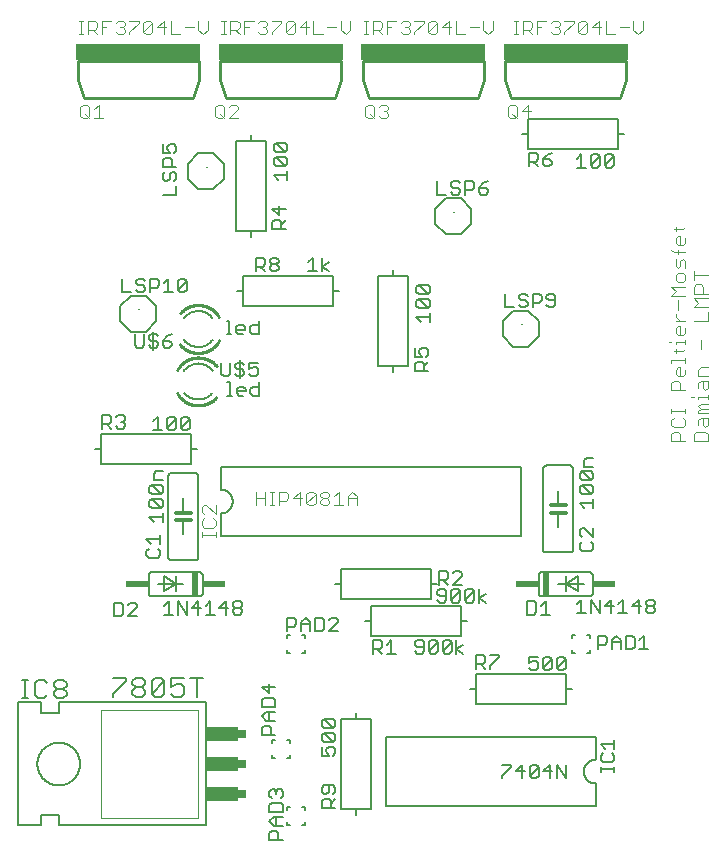
<source format=gto>
G75*
%MOMM*%
%OFA0B0*%
%FSLAX33Y33*%
%IPPOS*%
%LPD*%
%AMOC8*
5,1,8,0,0,1.08239X$1,22.5*
%
%ADD10C,0.102*%
%ADD11C,0.152*%
%ADD12C,0.051*%
%ADD13R,0.635X0.762*%
%ADD14R,2.794X1.270*%
%ADD15C,0.178*%
%ADD16C,0.127*%
%ADD17R,0.508X2.032*%
%ADD18R,1.905X0.508*%
%ADD19C,0.254*%
%ADD20C,0.305*%
%ADD21R,10.566X1.422*%
%ADD22C,0.000*%
D10*
X17220Y30429D02*
X17220Y30819D01*
X17220Y30624D02*
X18390Y30624D01*
X18390Y30429D02*
X18390Y30819D01*
X18195Y31209D02*
X18390Y31404D01*
X18390Y31793D01*
X18195Y31988D01*
X18390Y32378D02*
X17610Y33158D01*
X17415Y33158D01*
X17220Y32963D01*
X17220Y32573D01*
X17415Y32378D01*
X17415Y31988D02*
X17220Y31793D01*
X17220Y31404D01*
X17415Y31209D01*
X18195Y31209D01*
X18390Y32378D02*
X18390Y33158D01*
X21793Y33096D02*
X21793Y34266D01*
X21793Y33681D02*
X22573Y33681D01*
X22573Y34266D02*
X22573Y33096D01*
X22963Y33096D02*
X23352Y33096D01*
X23157Y33096D02*
X23157Y34266D01*
X22963Y34266D02*
X23352Y34266D01*
X23742Y34266D02*
X23742Y33096D01*
X23742Y33486D02*
X24327Y33486D01*
X24522Y33681D01*
X24522Y34071D01*
X24327Y34266D01*
X23742Y34266D01*
X24912Y33681D02*
X25691Y33681D01*
X26081Y34071D02*
X26276Y34266D01*
X26666Y34266D01*
X26861Y34071D01*
X26081Y33291D01*
X26276Y33096D01*
X26666Y33096D01*
X26861Y33291D01*
X26861Y34071D01*
X27250Y34071D02*
X27250Y33876D01*
X27445Y33681D01*
X27835Y33681D01*
X28030Y33486D01*
X28030Y33291D01*
X27835Y33096D01*
X27445Y33096D01*
X27250Y33291D01*
X27250Y33486D01*
X27445Y33681D01*
X27835Y33681D02*
X28030Y33876D01*
X28030Y34071D01*
X27835Y34266D01*
X27445Y34266D01*
X27250Y34071D01*
X26081Y34071D02*
X26081Y33291D01*
X25496Y33096D02*
X25496Y34266D01*
X24912Y33681D01*
X28420Y33876D02*
X28810Y34266D01*
X28810Y33096D01*
X29199Y33096D02*
X28420Y33096D01*
X29589Y33096D02*
X29589Y33876D01*
X29979Y34266D01*
X30369Y33876D01*
X30369Y33096D01*
X30369Y33681D02*
X29589Y33681D01*
X31259Y65862D02*
X31064Y66057D01*
X31064Y66837D01*
X31259Y67032D01*
X31649Y67032D01*
X31844Y66837D01*
X31844Y66057D01*
X31649Y65862D01*
X31259Y65862D01*
X31454Y66252D02*
X31844Y65862D01*
X32234Y66057D02*
X32428Y65862D01*
X32818Y65862D01*
X33013Y66057D01*
X33013Y66252D01*
X32818Y66447D01*
X32623Y66447D01*
X32818Y66447D02*
X33013Y66642D01*
X33013Y66837D01*
X32818Y67032D01*
X32428Y67032D01*
X32234Y66837D01*
X32496Y72974D02*
X32107Y73364D01*
X32301Y73364D02*
X31717Y73364D01*
X31717Y72974D02*
X31717Y74144D01*
X32301Y74144D01*
X32496Y73949D01*
X32496Y73559D01*
X32301Y73364D01*
X32886Y73559D02*
X33276Y73559D01*
X32886Y74144D02*
X33666Y74144D01*
X34056Y73949D02*
X34250Y74144D01*
X34640Y74144D01*
X34835Y73949D01*
X34835Y73754D01*
X34640Y73559D01*
X34835Y73364D01*
X34835Y73169D01*
X34640Y72974D01*
X34250Y72974D01*
X34056Y73169D01*
X34445Y73559D02*
X34640Y73559D01*
X35225Y73169D02*
X35225Y72974D01*
X35225Y73169D02*
X36005Y73949D01*
X36005Y74144D01*
X35225Y74144D01*
X36394Y73949D02*
X36394Y73169D01*
X37174Y73949D01*
X37174Y73169D01*
X36979Y72974D01*
X36589Y72974D01*
X36394Y73169D01*
X36394Y73949D02*
X36589Y74144D01*
X36979Y74144D01*
X37174Y73949D01*
X37564Y73559D02*
X38343Y73559D01*
X38148Y74144D02*
X37564Y73559D01*
X38148Y72974D02*
X38148Y74144D01*
X38733Y74144D02*
X38733Y72974D01*
X39513Y72974D01*
X39903Y73559D02*
X40682Y73559D01*
X41072Y73364D02*
X41072Y74144D01*
X41852Y74144D02*
X41852Y73364D01*
X41462Y72974D01*
X41072Y73364D01*
X43637Y72974D02*
X44027Y72974D01*
X43832Y72974D02*
X43832Y74144D01*
X43637Y74144D02*
X44027Y74144D01*
X44417Y74144D02*
X45001Y74144D01*
X45196Y73949D01*
X45196Y73559D01*
X45001Y73364D01*
X44417Y73364D01*
X44807Y73364D02*
X45196Y72974D01*
X45586Y72974D02*
X45586Y74144D01*
X46366Y74144D01*
X46756Y73949D02*
X46950Y74144D01*
X47340Y74144D01*
X47535Y73949D01*
X47535Y73754D01*
X47340Y73559D01*
X47535Y73364D01*
X47535Y73169D01*
X47340Y72974D01*
X46950Y72974D01*
X46756Y73169D01*
X47145Y73559D02*
X47340Y73559D01*
X47925Y73169D02*
X47925Y72974D01*
X47925Y73169D02*
X48705Y73949D01*
X48705Y74144D01*
X47925Y74144D01*
X49094Y73949D02*
X49094Y73169D01*
X49874Y73949D01*
X49874Y73169D01*
X49679Y72974D01*
X49289Y72974D01*
X49094Y73169D01*
X49094Y73949D02*
X49289Y74144D01*
X49679Y74144D01*
X49874Y73949D01*
X50264Y73559D02*
X51043Y73559D01*
X50848Y72974D02*
X50848Y74144D01*
X50264Y73559D01*
X51433Y74144D02*
X51433Y72974D01*
X52213Y72974D01*
X52603Y73559D02*
X53382Y73559D01*
X53772Y73364D02*
X53772Y74144D01*
X54552Y74144D02*
X54552Y73364D01*
X54162Y72974D01*
X53772Y73364D01*
X45976Y73559D02*
X45586Y73559D01*
X44417Y72974D02*
X44417Y74144D01*
X44883Y67032D02*
X44299Y66447D01*
X45078Y66447D01*
X44883Y65862D02*
X44883Y67032D01*
X43909Y66837D02*
X43909Y66057D01*
X43714Y65862D01*
X43324Y65862D01*
X43129Y66057D01*
X43129Y66837D01*
X43324Y67032D01*
X43714Y67032D01*
X43909Y66837D01*
X43519Y66252D02*
X43909Y65862D01*
X32886Y72974D02*
X32886Y74144D01*
X31327Y74144D02*
X30937Y74144D01*
X31132Y74144D02*
X31132Y72974D01*
X30937Y72974D02*
X31327Y72974D01*
X29787Y73364D02*
X29787Y74144D01*
X29787Y73364D02*
X29397Y72974D01*
X29007Y73364D01*
X29007Y74144D01*
X28617Y73559D02*
X27838Y73559D01*
X27448Y72974D02*
X26668Y72974D01*
X26668Y74144D01*
X26083Y74144D02*
X26083Y72974D01*
X26278Y73559D02*
X25499Y73559D01*
X26083Y74144D01*
X25109Y73949D02*
X25109Y73169D01*
X24914Y72974D01*
X24524Y72974D01*
X24329Y73169D01*
X25109Y73949D01*
X24914Y74144D01*
X24524Y74144D01*
X24329Y73949D01*
X24329Y73169D01*
X23940Y73949D02*
X23160Y73169D01*
X23160Y72974D01*
X22770Y73169D02*
X22575Y72974D01*
X22185Y72974D01*
X21991Y73169D01*
X22380Y73559D02*
X22575Y73559D01*
X22770Y73364D01*
X22770Y73169D01*
X22575Y73559D02*
X22770Y73754D01*
X22770Y73949D01*
X22575Y74144D01*
X22185Y74144D01*
X21991Y73949D01*
X21601Y74144D02*
X20821Y74144D01*
X20821Y72974D01*
X20431Y72974D02*
X20042Y73364D01*
X20236Y73364D02*
X19652Y73364D01*
X19652Y72974D02*
X19652Y74144D01*
X20236Y74144D01*
X20431Y73949D01*
X20431Y73559D01*
X20236Y73364D01*
X20821Y73559D02*
X21211Y73559D01*
X23160Y74144D02*
X23940Y74144D01*
X23940Y73949D01*
X19262Y74144D02*
X18872Y74144D01*
X19067Y74144D02*
X19067Y72974D01*
X18872Y72974D02*
X19262Y72974D01*
X17722Y73364D02*
X17722Y74144D01*
X17722Y73364D02*
X17332Y72974D01*
X16942Y73364D01*
X16942Y74144D01*
X16552Y73559D02*
X15773Y73559D01*
X15383Y72974D02*
X14603Y72974D01*
X14603Y74144D01*
X14018Y74144D02*
X14018Y72974D01*
X14213Y73559D02*
X13434Y73559D01*
X14018Y74144D01*
X13044Y73949D02*
X13044Y73169D01*
X12849Y72974D01*
X12459Y72974D01*
X12264Y73169D01*
X13044Y73949D01*
X12849Y74144D01*
X12459Y74144D01*
X12264Y73949D01*
X12264Y73169D01*
X11875Y73949D02*
X11095Y73169D01*
X11095Y72974D01*
X10705Y73169D02*
X10510Y72974D01*
X10120Y72974D01*
X09926Y73169D01*
X10315Y73559D02*
X10510Y73559D01*
X10705Y73364D01*
X10705Y73169D01*
X10510Y73559D02*
X10705Y73754D01*
X10705Y73949D01*
X10510Y74144D01*
X10120Y74144D01*
X09926Y73949D01*
X09536Y74144D02*
X08756Y74144D01*
X08756Y72974D01*
X08366Y72974D02*
X07977Y73364D01*
X08171Y73364D02*
X07587Y73364D01*
X07587Y72974D02*
X07587Y74144D01*
X08171Y74144D01*
X08366Y73949D01*
X08366Y73559D01*
X08171Y73364D01*
X08756Y73559D02*
X09146Y73559D01*
X11095Y74144D02*
X11875Y74144D01*
X11875Y73949D01*
X07197Y74144D02*
X06807Y74144D01*
X07002Y74144D02*
X07002Y72974D01*
X06807Y72974D02*
X07197Y72974D01*
X07129Y67032D02*
X07519Y67032D01*
X07714Y66837D01*
X07714Y66057D01*
X07519Y65862D01*
X07129Y65862D01*
X06934Y66057D01*
X06934Y66837D01*
X07129Y67032D01*
X07324Y66252D02*
X07714Y65862D01*
X08104Y65862D02*
X08883Y65862D01*
X08493Y65862D02*
X08493Y67032D01*
X08104Y66642D01*
X18364Y66837D02*
X18364Y66057D01*
X18559Y65862D01*
X18949Y65862D01*
X19144Y66057D01*
X19144Y66837D01*
X18949Y67032D01*
X18559Y67032D01*
X18364Y66837D01*
X18754Y66252D02*
X19144Y65862D01*
X19534Y65862D02*
X20313Y66642D01*
X20313Y66837D01*
X20118Y67032D01*
X19728Y67032D01*
X19534Y66837D01*
X19534Y65862D02*
X20313Y65862D01*
X56776Y46938D02*
X56971Y46938D01*
X57361Y46938D02*
X58141Y46938D01*
X58141Y46743D02*
X58141Y47133D01*
X57946Y47523D02*
X57556Y47523D01*
X57361Y47717D01*
X57361Y48107D01*
X57556Y48302D01*
X57751Y48302D01*
X57751Y47523D01*
X57946Y47523D02*
X58141Y47717D01*
X58141Y48107D01*
X58141Y48692D02*
X57361Y48692D01*
X57361Y49082D02*
X57361Y49277D01*
X57361Y49082D02*
X57751Y48692D01*
X57556Y49666D02*
X57556Y50446D01*
X58141Y50836D02*
X56971Y50836D01*
X57361Y51226D01*
X56971Y51615D01*
X58141Y51615D01*
X57946Y52005D02*
X58141Y52200D01*
X58141Y52590D01*
X57946Y52785D01*
X57556Y52785D01*
X57361Y52590D01*
X57361Y52200D01*
X57556Y52005D01*
X57946Y52005D01*
X58141Y53175D02*
X58141Y53759D01*
X57946Y53954D01*
X57751Y53759D01*
X57751Y53370D01*
X57556Y53175D01*
X57361Y53370D01*
X57361Y53954D01*
X57556Y54344D02*
X57556Y54734D01*
X57556Y55124D02*
X57361Y55319D01*
X57361Y55708D01*
X57556Y55903D01*
X57751Y55903D01*
X57751Y55124D01*
X57946Y55124D02*
X57556Y55124D01*
X57946Y55124D02*
X58141Y55319D01*
X58141Y55708D01*
X57946Y56488D02*
X58141Y56683D01*
X57946Y56488D02*
X57166Y56488D01*
X57361Y56293D02*
X57361Y56683D01*
X56971Y54734D02*
X57166Y54539D01*
X58141Y54539D01*
X58876Y52980D02*
X58876Y52200D01*
X58876Y52590D02*
X60046Y52590D01*
X59461Y51810D02*
X59071Y51810D01*
X58876Y51615D01*
X58876Y51031D01*
X60046Y51031D01*
X60046Y50641D02*
X58876Y50641D01*
X59266Y50251D01*
X58876Y49861D01*
X60046Y49861D01*
X60046Y49472D02*
X60046Y48692D01*
X58876Y48692D01*
X59461Y47133D02*
X59461Y46353D01*
X58141Y46353D02*
X57946Y46158D01*
X57166Y46158D01*
X57361Y45963D02*
X57361Y46353D01*
X57361Y46743D02*
X57361Y46938D01*
X58141Y45574D02*
X58141Y45184D01*
X58141Y45379D02*
X56971Y45379D01*
X56971Y45184D01*
X57361Y44599D02*
X57556Y44794D01*
X57751Y44794D01*
X57751Y44014D01*
X57946Y44014D02*
X57556Y44014D01*
X57361Y44209D01*
X57361Y44599D01*
X57946Y44014D02*
X58141Y44209D01*
X58141Y44599D01*
X59266Y44599D02*
X59266Y44014D01*
X60046Y44014D01*
X60046Y43625D02*
X60046Y43040D01*
X59851Y42845D01*
X59656Y43040D01*
X59656Y43625D01*
X59461Y43625D02*
X60046Y43625D01*
X59461Y43625D02*
X59266Y43430D01*
X59266Y43040D01*
X59266Y42260D02*
X60046Y42260D01*
X60046Y42065D02*
X60046Y42455D01*
X60046Y41676D02*
X59461Y41676D01*
X59266Y41481D01*
X59461Y41286D01*
X60046Y41286D01*
X60046Y40896D02*
X59266Y40896D01*
X59266Y41091D01*
X59461Y41286D01*
X59461Y40506D02*
X59266Y40311D01*
X59266Y39921D01*
X59656Y39921D02*
X59851Y39727D01*
X60046Y39921D01*
X60046Y40506D01*
X59461Y40506D01*
X59656Y40506D02*
X59656Y39921D01*
X59851Y39337D02*
X59071Y39337D01*
X58876Y39142D01*
X58876Y38557D01*
X60046Y38557D01*
X60046Y39142D01*
X59851Y39337D01*
X58141Y39921D02*
X58141Y40311D01*
X57946Y40506D01*
X58141Y40896D02*
X58141Y41286D01*
X58141Y41091D02*
X56971Y41091D01*
X56971Y40896D02*
X56971Y41286D01*
X57166Y40506D02*
X56971Y40311D01*
X56971Y39921D01*
X57166Y39727D01*
X57946Y39727D01*
X58141Y39921D01*
X57556Y39337D02*
X57751Y39142D01*
X57751Y38557D01*
X58141Y38557D02*
X56971Y38557D01*
X56971Y39142D01*
X57166Y39337D01*
X57556Y39337D01*
X58681Y42260D02*
X58876Y42260D01*
X59266Y42260D02*
X59266Y42065D01*
X58141Y42845D02*
X56971Y42845D01*
X56971Y43430D01*
X57166Y43625D01*
X57556Y43625D01*
X57751Y43430D01*
X57751Y42845D01*
X59266Y44599D02*
X59461Y44794D01*
X60046Y44794D01*
X59656Y51031D02*
X59656Y51615D01*
X59461Y51810D01*
D11*
X03581Y05994D02*
X01676Y05994D01*
X01676Y16408D01*
X03581Y16408D01*
X03581Y15519D01*
X05105Y15519D01*
X05105Y16408D01*
X17551Y16408D01*
X17551Y05994D01*
X05105Y05994D01*
X05105Y06883D01*
X03581Y06883D01*
X03581Y05994D01*
X03302Y11201D02*
X03304Y11286D01*
X03310Y11370D01*
X03320Y11454D01*
X03334Y11537D01*
X03351Y11620D01*
X03373Y11702D01*
X03398Y11782D01*
X03427Y11862D01*
X03460Y11939D01*
X03497Y12016D01*
X03537Y12090D01*
X03580Y12163D01*
X03627Y12233D01*
X03677Y12301D01*
X03730Y12367D01*
X03786Y12430D01*
X03845Y12491D01*
X03907Y12548D01*
X03971Y12603D01*
X04038Y12655D01*
X04108Y12703D01*
X04179Y12748D01*
X04253Y12790D01*
X04328Y12828D01*
X04405Y12863D01*
X04484Y12894D01*
X04564Y12921D01*
X04645Y12944D01*
X04727Y12964D01*
X04810Y12980D01*
X04894Y12992D01*
X04978Y13000D01*
X05063Y13004D01*
X05147Y13004D01*
X05232Y13000D01*
X05316Y12992D01*
X05400Y12980D01*
X05483Y12964D01*
X05565Y12944D01*
X05646Y12921D01*
X05726Y12894D01*
X05805Y12863D01*
X05882Y12828D01*
X05957Y12790D01*
X06031Y12748D01*
X06102Y12703D01*
X06172Y12655D01*
X06239Y12603D01*
X06303Y12548D01*
X06365Y12491D01*
X06424Y12430D01*
X06480Y12367D01*
X06533Y12301D01*
X06583Y12233D01*
X06630Y12163D01*
X06673Y12090D01*
X06713Y12016D01*
X06750Y11939D01*
X06783Y11862D01*
X06812Y11782D01*
X06837Y11702D01*
X06859Y11620D01*
X06876Y11537D01*
X06890Y11454D01*
X06900Y11370D01*
X06906Y11286D01*
X06908Y11201D01*
X06906Y11116D01*
X06900Y11032D01*
X06890Y10948D01*
X06876Y10865D01*
X06859Y10782D01*
X06837Y10700D01*
X06812Y10620D01*
X06783Y10540D01*
X06750Y10463D01*
X06713Y10386D01*
X06673Y10312D01*
X06630Y10239D01*
X06583Y10169D01*
X06533Y10101D01*
X06480Y10035D01*
X06424Y09972D01*
X06365Y09911D01*
X06303Y09854D01*
X06239Y09799D01*
X06172Y09747D01*
X06102Y09699D01*
X06031Y09654D01*
X05957Y09612D01*
X05882Y09574D01*
X05805Y09539D01*
X05726Y09508D01*
X05646Y09481D01*
X05565Y09458D01*
X05483Y09438D01*
X05400Y09422D01*
X05316Y09410D01*
X05232Y09402D01*
X05147Y09398D01*
X05063Y09398D01*
X04978Y09402D01*
X04894Y09410D01*
X04810Y09422D01*
X04727Y09438D01*
X04645Y09458D01*
X04564Y09481D01*
X04484Y09508D01*
X04405Y09539D01*
X04328Y09574D01*
X04253Y09612D01*
X04179Y09654D01*
X04108Y09699D01*
X04038Y09747D01*
X03971Y09799D01*
X03907Y09854D01*
X03845Y09911D01*
X03786Y09972D01*
X03730Y10035D01*
X03677Y10101D01*
X03627Y10169D01*
X03580Y10239D01*
X03537Y10312D01*
X03497Y10386D01*
X03460Y10463D01*
X03427Y10540D01*
X03398Y10620D01*
X03373Y10700D01*
X03351Y10782D01*
X03334Y10865D01*
X03320Y10948D01*
X03310Y11032D01*
X03304Y11116D01*
X03302Y11201D01*
X12979Y25425D02*
X17043Y25425D01*
X17074Y25427D01*
X17104Y25432D01*
X17133Y25442D01*
X17161Y25454D01*
X17187Y25470D01*
X17211Y25489D01*
X17233Y25511D01*
X17252Y25535D01*
X17268Y25561D01*
X17280Y25589D01*
X17290Y25618D01*
X17295Y25648D01*
X17297Y25679D01*
X17297Y27203D01*
X17295Y27234D01*
X17290Y27264D01*
X17280Y27293D01*
X17268Y27321D01*
X17252Y27347D01*
X17233Y27371D01*
X17211Y27393D01*
X17187Y27412D01*
X17161Y27428D01*
X17133Y27440D01*
X17104Y27450D01*
X17074Y27455D01*
X17043Y27457D01*
X12979Y27457D01*
X12948Y27455D01*
X12918Y27450D01*
X12889Y27440D01*
X12861Y27428D01*
X12835Y27412D01*
X12811Y27393D01*
X12789Y27371D01*
X12770Y27347D01*
X12754Y27321D01*
X12742Y27293D01*
X12732Y27264D01*
X12727Y27234D01*
X12725Y27203D01*
X12725Y25679D01*
X12727Y25648D01*
X12732Y25618D01*
X12742Y25589D01*
X12754Y25561D01*
X12770Y25535D01*
X12789Y25511D01*
X12811Y25489D01*
X12835Y25470D01*
X12861Y25454D01*
X12889Y25442D01*
X12918Y25432D01*
X12948Y25427D01*
X12979Y25425D01*
X13995Y25806D02*
X15011Y26441D01*
X15011Y27076D01*
X15011Y26441D02*
X15011Y25806D01*
X15011Y26441D02*
X13487Y26441D01*
X13995Y25806D02*
X13995Y27076D01*
X15011Y26441D01*
X15646Y26441D01*
X14630Y28473D02*
X16662Y28473D01*
X16693Y28475D01*
X16723Y28480D01*
X16752Y28490D01*
X16780Y28502D01*
X16806Y28518D01*
X16830Y28537D01*
X16852Y28559D01*
X16871Y28583D01*
X16887Y28609D01*
X16899Y28637D01*
X16909Y28666D01*
X16914Y28696D01*
X16916Y28727D01*
X16916Y35585D01*
X16914Y35616D01*
X16909Y35646D01*
X16899Y35675D01*
X16887Y35703D01*
X16871Y35729D01*
X16852Y35753D01*
X16830Y35775D01*
X16806Y35794D01*
X16780Y35810D01*
X16752Y35822D01*
X16723Y35832D01*
X16693Y35837D01*
X16662Y35839D01*
X14630Y35839D01*
X14599Y35837D01*
X14569Y35832D01*
X14540Y35822D01*
X14512Y35810D01*
X14486Y35794D01*
X14462Y35775D01*
X14440Y35753D01*
X14421Y35729D01*
X14405Y35703D01*
X14393Y35675D01*
X14383Y35646D01*
X14378Y35616D01*
X14376Y35585D01*
X14376Y28727D01*
X14378Y28696D01*
X14383Y28666D01*
X14393Y28637D01*
X14405Y28609D01*
X14421Y28583D01*
X14440Y28559D01*
X14462Y28537D01*
X14486Y28518D01*
X14512Y28502D01*
X14540Y28490D01*
X14569Y28480D01*
X14599Y28475D01*
X14630Y28473D01*
X15646Y30632D02*
X15646Y31852D01*
X15646Y32487D02*
X15646Y33680D01*
X18821Y34442D02*
X18884Y34440D01*
X18946Y34434D01*
X19008Y34425D01*
X19069Y34411D01*
X19129Y34394D01*
X19188Y34373D01*
X19246Y34349D01*
X19302Y34321D01*
X19356Y34290D01*
X19408Y34255D01*
X19458Y34218D01*
X19505Y34177D01*
X19550Y34133D01*
X19593Y34087D01*
X19632Y34038D01*
X19668Y33987D01*
X19701Y33934D01*
X19730Y33879D01*
X19757Y33822D01*
X19779Y33764D01*
X19798Y33704D01*
X19813Y33643D01*
X19825Y33582D01*
X19833Y33520D01*
X19837Y33457D01*
X19837Y33395D01*
X19833Y33332D01*
X19825Y33270D01*
X19813Y33209D01*
X19798Y33148D01*
X19779Y33088D01*
X19757Y33030D01*
X19730Y32973D01*
X19701Y32918D01*
X19668Y32865D01*
X19632Y32814D01*
X19593Y32765D01*
X19550Y32719D01*
X19505Y32675D01*
X19458Y32634D01*
X19408Y32597D01*
X19356Y32562D01*
X19302Y32531D01*
X19246Y32503D01*
X19188Y32479D01*
X19129Y32458D01*
X19069Y32441D01*
X19008Y32427D01*
X18946Y32418D01*
X18884Y32412D01*
X18821Y32410D01*
X18821Y30505D01*
X44221Y30505D01*
X44221Y36347D01*
X18821Y36347D01*
X18821Y34442D01*
X15697Y44500D02*
X15743Y44559D01*
X15792Y44615D01*
X15843Y44668D01*
X15897Y44720D01*
X15954Y44768D01*
X16013Y44813D01*
X16074Y44856D01*
X16137Y44896D01*
X16201Y44932D01*
X16268Y44965D01*
X16336Y44995D01*
X16405Y45022D01*
X16476Y45045D01*
X16548Y45065D01*
X16620Y45081D01*
X16694Y45094D01*
X16767Y45103D01*
X16842Y45108D01*
X16916Y45110D01*
X15713Y42650D02*
X15762Y42591D01*
X15814Y42534D01*
X15868Y42479D01*
X15925Y42428D01*
X15985Y42379D01*
X16047Y42334D01*
X16112Y42292D01*
X16178Y42253D01*
X16246Y42217D01*
X16316Y42185D01*
X16388Y42156D01*
X16461Y42132D01*
X16535Y42110D01*
X16610Y42093D01*
X16686Y42079D01*
X16762Y42070D01*
X16839Y42064D01*
X16916Y42062D01*
X18156Y44472D02*
X18110Y44533D01*
X18061Y44591D01*
X18010Y44647D01*
X17955Y44701D01*
X17898Y44751D01*
X17839Y44799D01*
X17777Y44844D01*
X17713Y44885D01*
X17647Y44923D01*
X17579Y44958D01*
X17510Y44990D01*
X17439Y45017D01*
X17367Y45042D01*
X17293Y45063D01*
X17219Y45080D01*
X17144Y45093D01*
X17068Y45102D01*
X16992Y45108D01*
X16916Y45110D01*
X18119Y42650D02*
X18070Y42591D01*
X18018Y42534D01*
X17964Y42479D01*
X17907Y42428D01*
X17847Y42379D01*
X17785Y42334D01*
X17720Y42292D01*
X17654Y42253D01*
X17586Y42217D01*
X17516Y42185D01*
X17444Y42156D01*
X17371Y42132D01*
X17297Y42110D01*
X17222Y42093D01*
X17146Y42079D01*
X17070Y42070D01*
X16993Y42064D01*
X16916Y42062D01*
X18119Y48967D02*
X18070Y49026D01*
X18018Y49083D01*
X17964Y49138D01*
X17907Y49189D01*
X17847Y49238D01*
X17785Y49283D01*
X17720Y49325D01*
X17654Y49364D01*
X17586Y49400D01*
X17516Y49432D01*
X17444Y49461D01*
X17371Y49485D01*
X17297Y49507D01*
X17222Y49524D01*
X17146Y49538D01*
X17070Y49547D01*
X16993Y49553D01*
X16916Y49555D01*
X18135Y47117D02*
X18089Y47058D01*
X18040Y47002D01*
X17989Y46949D01*
X17935Y46897D01*
X17878Y46849D01*
X17819Y46804D01*
X17758Y46761D01*
X17695Y46721D01*
X17631Y46685D01*
X17564Y46652D01*
X17496Y46622D01*
X17427Y46595D01*
X17356Y46572D01*
X17284Y46552D01*
X17212Y46536D01*
X17138Y46523D01*
X17065Y46514D01*
X16990Y46509D01*
X16916Y46507D01*
X15713Y48967D02*
X15762Y49026D01*
X15814Y49083D01*
X15868Y49138D01*
X15925Y49189D01*
X15985Y49238D01*
X16047Y49283D01*
X16112Y49325D01*
X16178Y49364D01*
X16246Y49400D01*
X16316Y49432D01*
X16388Y49461D01*
X16461Y49485D01*
X16535Y49507D01*
X16610Y49524D01*
X16686Y49538D01*
X16762Y49547D01*
X16839Y49553D01*
X16916Y49555D01*
X15676Y47145D02*
X15722Y47084D01*
X15771Y47026D01*
X15822Y46970D01*
X15877Y46916D01*
X15934Y46866D01*
X15993Y46818D01*
X16055Y46773D01*
X16119Y46732D01*
X16185Y46694D01*
X16253Y46659D01*
X16322Y46627D01*
X16393Y46600D01*
X16465Y46575D01*
X16539Y46554D01*
X16613Y46537D01*
X16688Y46524D01*
X16764Y46515D01*
X16840Y46509D01*
X16916Y46507D01*
X13360Y48666D02*
X13360Y49936D01*
X12471Y50825D01*
X11201Y50825D01*
X10312Y49936D01*
X10312Y48666D01*
X11201Y47777D01*
X12471Y47777D01*
X13360Y48666D01*
X16916Y59842D02*
X18186Y59842D01*
X19075Y60731D01*
X19075Y62001D01*
X18186Y62890D01*
X16916Y62890D01*
X16027Y62001D01*
X16027Y60731D01*
X16916Y59842D01*
X36982Y58191D02*
X36982Y56921D01*
X37871Y56032D01*
X39141Y56032D01*
X40030Y56921D01*
X40030Y58191D01*
X39141Y59080D01*
X37871Y59080D01*
X36982Y58191D01*
X43586Y49555D02*
X44856Y49555D01*
X45745Y48666D01*
X45745Y47396D01*
X44856Y46507D01*
X43586Y46507D01*
X42697Y47396D01*
X42697Y48666D01*
X43586Y49555D01*
X46380Y36474D02*
X48412Y36474D01*
X48443Y36472D01*
X48473Y36467D01*
X48502Y36457D01*
X48530Y36445D01*
X48556Y36429D01*
X48580Y36410D01*
X48602Y36388D01*
X48621Y36364D01*
X48637Y36338D01*
X48649Y36310D01*
X48659Y36281D01*
X48664Y36251D01*
X48666Y36220D01*
X48666Y29362D01*
X48664Y29331D01*
X48659Y29301D01*
X48649Y29272D01*
X48637Y29244D01*
X48621Y29218D01*
X48602Y29194D01*
X48580Y29172D01*
X48556Y29153D01*
X48530Y29137D01*
X48502Y29125D01*
X48473Y29115D01*
X48443Y29110D01*
X48412Y29108D01*
X46380Y29108D01*
X46349Y29110D01*
X46319Y29115D01*
X46290Y29125D01*
X46262Y29137D01*
X46236Y29153D01*
X46212Y29172D01*
X46190Y29194D01*
X46171Y29218D01*
X46155Y29244D01*
X46143Y29272D01*
X46133Y29301D01*
X46128Y29331D01*
X46126Y29362D01*
X46126Y36220D01*
X46128Y36251D01*
X46133Y36281D01*
X46143Y36310D01*
X46155Y36338D01*
X46171Y36364D01*
X46190Y36388D01*
X46212Y36410D01*
X46236Y36429D01*
X46262Y36445D01*
X46290Y36457D01*
X46319Y36467D01*
X46349Y36472D01*
X46380Y36474D01*
X47396Y34315D02*
X47396Y33096D01*
X47396Y32461D02*
X47396Y31267D01*
X45999Y27457D02*
X50063Y27457D01*
X50094Y27455D01*
X50124Y27450D01*
X50153Y27440D01*
X50181Y27428D01*
X50207Y27412D01*
X50231Y27393D01*
X50253Y27371D01*
X50272Y27347D01*
X50288Y27321D01*
X50300Y27293D01*
X50310Y27264D01*
X50315Y27234D01*
X50317Y27203D01*
X50317Y25679D01*
X50315Y25648D01*
X50310Y25618D01*
X50300Y25589D01*
X50288Y25561D01*
X50272Y25535D01*
X50253Y25511D01*
X50231Y25489D01*
X50207Y25470D01*
X50181Y25454D01*
X50153Y25442D01*
X50124Y25432D01*
X50094Y25427D01*
X50063Y25425D01*
X45999Y25425D01*
X45968Y25427D01*
X45938Y25432D01*
X45909Y25442D01*
X45881Y25454D01*
X45855Y25470D01*
X45831Y25489D01*
X45809Y25511D01*
X45790Y25535D01*
X45774Y25561D01*
X45762Y25589D01*
X45752Y25618D01*
X45747Y25648D01*
X45745Y25679D01*
X45745Y27203D01*
X45747Y27234D01*
X45752Y27264D01*
X45762Y27293D01*
X45774Y27321D01*
X45790Y27347D01*
X45809Y27371D01*
X45831Y27393D01*
X45855Y27412D01*
X45881Y27428D01*
X45909Y27440D01*
X45938Y27450D01*
X45968Y27455D01*
X45999Y27457D01*
X47396Y26441D02*
X48031Y26441D01*
X48031Y25806D01*
X48031Y26441D02*
X48031Y27076D01*
X48031Y26441D02*
X49047Y27076D01*
X49047Y25806D01*
X48031Y26441D01*
X49555Y26441D01*
X49809Y22123D02*
X50063Y22123D01*
X50063Y21869D01*
X50063Y20853D02*
X50063Y20599D01*
X49809Y20599D01*
X48793Y20599D02*
X48539Y20599D01*
X48539Y20853D01*
X48539Y21869D02*
X48539Y22123D01*
X48793Y22123D01*
X50571Y13487D02*
X50571Y11582D01*
X50508Y11580D01*
X50446Y11574D01*
X50384Y11565D01*
X50323Y11551D01*
X50263Y11534D01*
X50204Y11513D01*
X50146Y11489D01*
X50090Y11461D01*
X50036Y11430D01*
X49984Y11395D01*
X49934Y11358D01*
X49887Y11317D01*
X49842Y11273D01*
X49799Y11227D01*
X49760Y11178D01*
X49724Y11127D01*
X49691Y11074D01*
X49662Y11019D01*
X49635Y10962D01*
X49613Y10904D01*
X49594Y10844D01*
X49579Y10783D01*
X49567Y10722D01*
X49559Y10660D01*
X49555Y10597D01*
X49555Y10535D01*
X49559Y10472D01*
X49567Y10410D01*
X49579Y10349D01*
X49594Y10288D01*
X49613Y10228D01*
X49635Y10170D01*
X49662Y10113D01*
X49691Y10058D01*
X49724Y10005D01*
X49760Y09954D01*
X49799Y09905D01*
X49842Y09859D01*
X49887Y09815D01*
X49934Y09774D01*
X49984Y09737D01*
X50036Y09702D01*
X50090Y09671D01*
X50146Y09643D01*
X50204Y09619D01*
X50263Y09598D01*
X50323Y09581D01*
X50384Y09567D01*
X50446Y09558D01*
X50508Y09552D01*
X50571Y09550D01*
X50571Y07645D01*
X32791Y07645D01*
X32791Y13487D01*
X50571Y13487D01*
X25933Y07518D02*
X25933Y07264D01*
X25933Y07518D02*
X25679Y07518D01*
X24663Y07518D02*
X24409Y07518D01*
X24409Y07264D01*
X24409Y06248D02*
X24409Y05994D01*
X24663Y05994D01*
X25679Y05994D02*
X25933Y05994D01*
X25933Y06248D01*
X24663Y11709D02*
X24409Y11709D01*
X24663Y11709D02*
X24663Y11963D01*
X24663Y12979D02*
X24663Y13233D01*
X24409Y13233D01*
X23393Y13233D02*
X23139Y13233D01*
X23139Y12979D01*
X23139Y11963D02*
X23139Y11709D01*
X23393Y11709D01*
X24409Y20599D02*
X24409Y20853D01*
X24409Y20599D02*
X24663Y20599D01*
X25679Y20599D02*
X25933Y20599D01*
X25933Y20853D01*
X25933Y21869D02*
X25933Y22123D01*
X25679Y22123D01*
X24663Y22123D02*
X24409Y22123D01*
X24409Y21869D01*
D12*
X16916Y15773D02*
X08661Y15773D01*
X08661Y06629D01*
X16916Y06629D01*
X16916Y15773D01*
D13*
X20663Y13741D03*
X20663Y11201D03*
X20663Y08661D03*
D14*
X18948Y08661D03*
X18948Y11201D03*
X18948Y13741D03*
D15*
X16791Y16878D02*
X16791Y18480D01*
X16257Y18480D02*
X17325Y18480D01*
X15688Y18480D02*
X14620Y18480D01*
X14620Y17679D01*
X15154Y17946D01*
X15421Y17946D01*
X15688Y17679D01*
X15688Y17145D01*
X15421Y16878D01*
X14887Y16878D01*
X14620Y17145D01*
X14051Y17145D02*
X13784Y16878D01*
X13250Y16878D01*
X12983Y17145D01*
X14051Y18213D01*
X14051Y17145D01*
X12983Y17145D02*
X12983Y18213D01*
X13250Y18480D01*
X13784Y18480D01*
X14051Y18213D01*
X12413Y18213D02*
X12413Y17946D01*
X12146Y17679D01*
X11613Y17679D01*
X11346Y17946D01*
X11346Y18213D01*
X11613Y18480D01*
X12146Y18480D01*
X12413Y18213D01*
X12146Y17679D02*
X12413Y17412D01*
X12413Y17145D01*
X12146Y16878D01*
X11613Y16878D01*
X11346Y17145D01*
X11346Y17412D01*
X11613Y17679D01*
X10776Y18213D02*
X09709Y17145D01*
X09709Y16878D01*
X09709Y18480D02*
X10776Y18480D01*
X10776Y18213D01*
X05768Y18086D02*
X05768Y17819D01*
X05501Y17552D01*
X04967Y17552D01*
X04700Y17819D01*
X04700Y18086D01*
X04967Y18353D01*
X05501Y18353D01*
X05768Y18086D01*
X05501Y17552D02*
X05768Y17285D01*
X05768Y17018D01*
X05501Y16751D01*
X04967Y16751D01*
X04700Y17018D01*
X04700Y17285D01*
X04967Y17552D01*
X04131Y17018D02*
X03864Y16751D01*
X03330Y16751D01*
X03063Y17018D01*
X03063Y18086D01*
X03330Y18353D01*
X03864Y18353D01*
X04131Y18086D01*
X02505Y18353D02*
X01972Y18353D01*
X02238Y18353D02*
X02238Y16751D01*
X01972Y16751D02*
X02505Y16751D01*
D16*
X09815Y23711D02*
X09815Y24855D01*
X10387Y24855D01*
X10578Y24664D01*
X10578Y23902D01*
X10387Y23711D01*
X09815Y23711D01*
X10984Y23711D02*
X11747Y24474D01*
X11747Y24664D01*
X11556Y24855D01*
X11175Y24855D01*
X10984Y24664D01*
X10984Y23711D02*
X11747Y23711D01*
X14028Y23838D02*
X14790Y23838D01*
X14409Y23838D02*
X14409Y24982D01*
X14028Y24601D01*
X15197Y24982D02*
X15197Y23838D01*
X15960Y23838D02*
X15960Y24982D01*
X16366Y24410D02*
X17129Y24410D01*
X17536Y24601D02*
X17917Y24982D01*
X17917Y23838D01*
X17536Y23838D02*
X18298Y23838D01*
X18705Y24410D02*
X19468Y24410D01*
X19874Y24601D02*
X19874Y24791D01*
X20065Y24982D01*
X20446Y24982D01*
X20637Y24791D01*
X20637Y24601D01*
X20446Y24410D01*
X20065Y24410D01*
X19874Y24601D01*
X20065Y24410D02*
X19874Y24219D01*
X19874Y24029D01*
X20065Y23838D01*
X20446Y23838D01*
X20637Y24029D01*
X20637Y24219D01*
X20446Y24410D01*
X19277Y23838D02*
X19277Y24982D01*
X18705Y24410D01*
X16938Y23838D02*
X16938Y24982D01*
X16366Y24410D01*
X15960Y23838D02*
X15197Y24982D01*
X13487Y28664D02*
X12725Y28664D01*
X12534Y28855D01*
X12534Y29236D01*
X12725Y29427D01*
X12915Y29833D02*
X12534Y30215D01*
X13678Y30215D01*
X13678Y30596D02*
X13678Y29833D01*
X13487Y29427D02*
X13678Y29236D01*
X13678Y28855D01*
X13487Y28664D01*
X13169Y31712D02*
X12788Y32093D01*
X13932Y32093D01*
X13932Y31712D02*
X13932Y32475D01*
X13741Y32881D02*
X12979Y33644D01*
X13741Y33644D01*
X13932Y33453D01*
X13932Y33072D01*
X13741Y32881D01*
X12979Y32881D01*
X12788Y33072D01*
X12788Y33453D01*
X12979Y33644D01*
X12979Y34051D02*
X12788Y34241D01*
X12788Y34623D01*
X12979Y34813D01*
X13741Y34051D01*
X13932Y34241D01*
X13932Y34623D01*
X13741Y34813D01*
X12979Y34813D01*
X13169Y35220D02*
X13169Y35792D01*
X13360Y35983D01*
X13932Y35983D01*
X13932Y35220D02*
X13169Y35220D01*
X12979Y34051D02*
X13741Y34051D01*
X16281Y36601D02*
X16281Y37871D01*
X16281Y39141D01*
X08661Y39141D01*
X08661Y37871D01*
X08661Y36601D01*
X16281Y36601D01*
X16281Y37871D02*
X16789Y37871D01*
X16001Y39459D02*
X15620Y39459D01*
X15429Y39650D01*
X16192Y40412D01*
X16192Y39650D01*
X16001Y39459D01*
X15429Y39650D02*
X15429Y40412D01*
X15620Y40603D01*
X16001Y40603D01*
X16192Y40412D01*
X15023Y40412D02*
X15023Y39650D01*
X14832Y39459D01*
X14451Y39459D01*
X14260Y39650D01*
X15023Y40412D01*
X14832Y40603D01*
X14451Y40603D01*
X14260Y40412D01*
X14260Y39650D01*
X13853Y39459D02*
X13091Y39459D01*
X13472Y39459D02*
X13472Y40603D01*
X13091Y40222D01*
X10731Y40349D02*
X10540Y40158D01*
X10731Y39967D01*
X10731Y39777D01*
X10540Y39586D01*
X10159Y39586D01*
X09969Y39777D01*
X09562Y39586D02*
X09180Y39967D01*
X09371Y39967D02*
X08799Y39967D01*
X08799Y39586D02*
X08799Y40730D01*
X09371Y40730D01*
X09562Y40539D01*
X09562Y40158D01*
X09371Y39967D01*
X09969Y40539D02*
X10159Y40730D01*
X10540Y40730D01*
X10731Y40539D01*
X10731Y40349D01*
X10540Y40158D02*
X10350Y40158D01*
X08661Y37871D02*
X08153Y37871D01*
X11757Y46444D02*
X12139Y46444D01*
X12329Y46635D01*
X12329Y47588D01*
X12736Y47397D02*
X12736Y47207D01*
X12927Y47016D01*
X13308Y47016D01*
X13499Y46825D01*
X13499Y46635D01*
X13308Y46444D01*
X12927Y46444D01*
X12736Y46635D01*
X13117Y46253D02*
X13117Y47779D01*
X12927Y47588D02*
X13308Y47588D01*
X13499Y47397D01*
X13905Y47016D02*
X14477Y47016D01*
X14668Y46825D01*
X14668Y46635D01*
X14477Y46444D01*
X14096Y46444D01*
X13905Y46635D01*
X13905Y47016D01*
X14287Y47397D01*
X14668Y47588D01*
X12927Y47588D02*
X12736Y47397D01*
X11567Y47588D02*
X11567Y46635D01*
X11757Y46444D01*
X11863Y51143D02*
X11672Y51334D01*
X11863Y51143D02*
X12244Y51143D01*
X12435Y51334D01*
X12435Y51524D01*
X12244Y51715D01*
X11863Y51715D01*
X11672Y51906D01*
X11672Y52096D01*
X11863Y52287D01*
X12244Y52287D01*
X12435Y52096D01*
X12842Y52287D02*
X13414Y52287D01*
X13604Y52096D01*
X13604Y51715D01*
X13414Y51524D01*
X12842Y51524D01*
X12842Y51143D02*
X12842Y52287D01*
X14011Y51906D02*
X14392Y52287D01*
X14392Y51143D01*
X14011Y51143D02*
X14774Y51143D01*
X15180Y51334D02*
X15180Y52096D01*
X15371Y52287D01*
X15752Y52287D01*
X15943Y52096D01*
X15180Y51334D01*
X15371Y51143D01*
X15752Y51143D01*
X15943Y51334D01*
X15943Y52096D01*
X19323Y48731D02*
X19513Y48731D01*
X19513Y47587D01*
X19323Y47587D02*
X19704Y47587D01*
X20102Y47778D02*
X20102Y48159D01*
X20293Y48350D01*
X20674Y48350D01*
X20865Y48159D01*
X20865Y47968D01*
X20102Y47968D01*
X20102Y47778D02*
X20293Y47587D01*
X20674Y47587D01*
X21271Y47778D02*
X21271Y48159D01*
X21462Y48350D01*
X22034Y48350D01*
X22034Y48731D02*
X22034Y47587D01*
X21462Y47587D01*
X21271Y47778D01*
X20726Y49936D02*
X20726Y51206D01*
X20726Y52476D01*
X28346Y52476D01*
X28346Y51206D01*
X28346Y49936D01*
X20726Y49936D01*
X20726Y51206D02*
X20218Y51206D01*
X21806Y52921D02*
X21806Y54065D01*
X22378Y54065D01*
X22569Y53874D01*
X22569Y53493D01*
X22378Y53302D01*
X21806Y53302D01*
X22187Y53302D02*
X22569Y52921D01*
X22975Y53112D02*
X22975Y53302D01*
X23166Y53493D01*
X23547Y53493D01*
X23738Y53302D01*
X23738Y53112D01*
X23547Y52921D01*
X23166Y52921D01*
X22975Y53112D01*
X23166Y53493D02*
X22975Y53684D01*
X22975Y53874D01*
X23166Y54065D01*
X23547Y54065D01*
X23738Y53874D01*
X23738Y53684D01*
X23547Y53493D01*
X22631Y56286D02*
X21361Y56286D01*
X20091Y56286D01*
X20091Y63906D01*
X21361Y63906D01*
X22631Y63906D01*
X22631Y56286D01*
X23202Y56477D02*
X23202Y57049D01*
X23393Y57240D01*
X23774Y57240D01*
X23965Y57049D01*
X23965Y56477D01*
X24346Y56477D02*
X23202Y56477D01*
X23965Y56858D02*
X24346Y57240D01*
X23774Y57646D02*
X23774Y58409D01*
X24346Y58218D02*
X23202Y58218D01*
X23774Y57646D01*
X21361Y56286D02*
X21361Y55778D01*
X23710Y60668D02*
X23329Y61049D01*
X24473Y61049D01*
X24473Y60668D02*
X24473Y61431D01*
X24282Y61837D02*
X23520Y61837D01*
X23329Y62028D01*
X23329Y62409D01*
X23520Y62600D01*
X24282Y61837D01*
X24473Y62028D01*
X24473Y62409D01*
X24282Y62600D01*
X23520Y62600D01*
X23520Y63007D02*
X23329Y63197D01*
X23329Y63579D01*
X23520Y63769D01*
X24282Y63007D01*
X24473Y63197D01*
X24473Y63579D01*
X24282Y63769D01*
X23520Y63769D01*
X23520Y63007D02*
X24282Y63007D01*
X21361Y63906D02*
X21361Y64414D01*
X15075Y63478D02*
X15075Y63097D01*
X14884Y62906D01*
X14503Y62906D02*
X14312Y63287D01*
X14312Y63478D01*
X14503Y63669D01*
X14884Y63669D01*
X15075Y63478D01*
X14503Y62906D02*
X13931Y62906D01*
X13931Y63669D01*
X14122Y62499D02*
X14503Y62499D01*
X14694Y62309D01*
X14694Y61737D01*
X15075Y61737D02*
X13931Y61737D01*
X13931Y62309D01*
X14122Y62499D01*
X14122Y61330D02*
X13931Y61139D01*
X13931Y60758D01*
X14122Y60567D01*
X14312Y60567D01*
X14503Y60758D01*
X14503Y61139D01*
X14694Y61330D01*
X14884Y61330D01*
X15075Y61139D01*
X15075Y60758D01*
X14884Y60567D01*
X15075Y60161D02*
X15075Y59398D01*
X13931Y59398D01*
X10503Y52287D02*
X10503Y51143D01*
X11266Y51143D01*
X18885Y45175D02*
X18885Y44222D01*
X19076Y44031D01*
X19457Y44031D01*
X19648Y44222D01*
X19648Y45175D01*
X20054Y44984D02*
X20245Y45175D01*
X20626Y45175D01*
X20817Y44984D01*
X20626Y44603D02*
X20245Y44603D01*
X20054Y44794D01*
X20054Y44984D01*
X20436Y45366D02*
X20436Y43840D01*
X20626Y44031D02*
X20817Y44222D01*
X20817Y44412D01*
X20626Y44603D01*
X20626Y44031D02*
X20245Y44031D01*
X20054Y44222D01*
X19584Y43524D02*
X19584Y42380D01*
X19774Y42380D02*
X19393Y42380D01*
X20172Y42571D02*
X20172Y42952D01*
X20363Y43143D01*
X20744Y43143D01*
X20935Y42952D01*
X20935Y42761D01*
X20172Y42761D01*
X20172Y42571D02*
X20363Y42380D01*
X20744Y42380D01*
X21342Y42571D02*
X21342Y42952D01*
X21533Y43143D01*
X22105Y43143D01*
X22105Y43524D02*
X22105Y42380D01*
X21533Y42380D01*
X21342Y42571D01*
X21414Y44031D02*
X21224Y44222D01*
X21414Y44031D02*
X21796Y44031D01*
X21986Y44222D01*
X21986Y44603D01*
X21796Y44794D01*
X21605Y44794D01*
X21224Y44603D01*
X21224Y45175D01*
X21986Y45175D01*
X19584Y43524D02*
X19393Y43524D01*
X26251Y52921D02*
X27014Y52921D01*
X26632Y52921D02*
X26632Y54065D01*
X26251Y53684D01*
X27420Y54065D02*
X27420Y52921D01*
X27420Y53302D02*
X27992Y53684D01*
X27420Y53302D02*
X27992Y52921D01*
X28346Y51206D02*
X28854Y51206D01*
X32156Y52476D02*
X33426Y52476D01*
X34696Y52476D01*
X34696Y44856D01*
X33426Y44856D01*
X32156Y44856D01*
X32156Y52476D01*
X33426Y52476D02*
X33426Y52984D01*
X35394Y51561D02*
X35585Y51752D01*
X36347Y50989D01*
X36538Y51180D01*
X36538Y51561D01*
X36347Y51752D01*
X35585Y51752D01*
X35394Y51561D02*
X35394Y51180D01*
X35585Y50989D01*
X36347Y50989D01*
X36347Y50583D02*
X36538Y50392D01*
X36538Y50011D01*
X36347Y49820D01*
X35585Y50583D01*
X36347Y50583D01*
X35585Y50583D02*
X35394Y50392D01*
X35394Y50011D01*
X35585Y49820D01*
X36347Y49820D01*
X36538Y49413D02*
X36538Y48651D01*
X36538Y49032D02*
X35394Y49032D01*
X35775Y48651D01*
X35839Y46418D02*
X35648Y46227D01*
X35648Y46037D01*
X35839Y45655D01*
X35267Y45655D01*
X35267Y46418D01*
X35839Y46418D02*
X36220Y46418D01*
X36411Y46227D01*
X36411Y45846D01*
X36220Y45655D01*
X36411Y45249D02*
X36030Y44867D01*
X36030Y45058D02*
X36030Y44486D01*
X36411Y44486D02*
X35267Y44486D01*
X35267Y45058D01*
X35458Y45249D01*
X35839Y45249D01*
X36030Y45058D01*
X33426Y44856D02*
X33426Y44348D01*
X42888Y49873D02*
X43651Y49873D01*
X44057Y50064D02*
X44248Y49873D01*
X44629Y49873D01*
X44820Y50064D01*
X44820Y50254D01*
X44629Y50445D01*
X44248Y50445D01*
X44057Y50636D01*
X44057Y50826D01*
X44248Y51017D01*
X44629Y51017D01*
X44820Y50826D01*
X45227Y51017D02*
X45227Y49873D01*
X45227Y50254D02*
X45799Y50254D01*
X45989Y50445D01*
X45989Y50826D01*
X45799Y51017D01*
X45227Y51017D01*
X46396Y50826D02*
X46396Y50636D01*
X46587Y50445D01*
X47159Y50445D01*
X47159Y50826D02*
X46968Y51017D01*
X46587Y51017D01*
X46396Y50826D01*
X46396Y50064D02*
X46587Y49873D01*
X46968Y49873D01*
X47159Y50064D01*
X47159Y50826D01*
X42888Y51017D02*
X42888Y49873D01*
X41253Y59398D02*
X41444Y59589D01*
X41444Y59779D01*
X41253Y59970D01*
X40681Y59970D01*
X40681Y59589D01*
X40872Y59398D01*
X41253Y59398D01*
X40681Y59970D02*
X41062Y60351D01*
X41444Y60542D01*
X40274Y60351D02*
X40274Y59970D01*
X40084Y59779D01*
X39512Y59779D01*
X39512Y59398D02*
X39512Y60542D01*
X40084Y60542D01*
X40274Y60351D01*
X39105Y60351D02*
X38914Y60542D01*
X38533Y60542D01*
X38342Y60351D01*
X38342Y60161D01*
X38533Y59970D01*
X38914Y59970D01*
X39105Y59779D01*
X39105Y59589D01*
X38914Y59398D01*
X38533Y59398D01*
X38342Y59589D01*
X37936Y59398D02*
X37173Y59398D01*
X37173Y60542D01*
X44348Y64541D02*
X44856Y64541D01*
X44856Y63271D01*
X52476Y63271D01*
X52476Y64541D01*
X52476Y65811D01*
X44856Y65811D01*
X44856Y64541D01*
X44920Y62955D02*
X45492Y62955D01*
X45683Y62764D01*
X45683Y62383D01*
X45492Y62192D01*
X44920Y62192D01*
X44920Y61811D02*
X44920Y62955D01*
X45301Y62192D02*
X45683Y61811D01*
X46089Y62002D02*
X46089Y62383D01*
X46661Y62383D01*
X46852Y62192D01*
X46852Y62002D01*
X46661Y61811D01*
X46280Y61811D01*
X46089Y62002D01*
X46089Y62383D02*
X46471Y62764D01*
X46852Y62955D01*
X48984Y62447D02*
X49365Y62828D01*
X49365Y61684D01*
X48984Y61684D02*
X49747Y61684D01*
X50153Y61875D02*
X50153Y62637D01*
X50344Y62828D01*
X50725Y62828D01*
X50916Y62637D01*
X50153Y61875D01*
X50344Y61684D01*
X50725Y61684D01*
X50916Y61875D01*
X50916Y62637D01*
X51323Y62637D02*
X51323Y61875D01*
X52085Y62637D01*
X52085Y61875D01*
X51895Y61684D01*
X51513Y61684D01*
X51323Y61875D01*
X51323Y62637D02*
X51513Y62828D01*
X51895Y62828D01*
X52085Y62637D01*
X52476Y64541D02*
X52984Y64541D01*
X50381Y37147D02*
X49809Y37147D01*
X49618Y36956D01*
X49618Y36384D01*
X50381Y36384D01*
X50190Y35978D02*
X49428Y35978D01*
X50190Y35215D01*
X50381Y35406D01*
X50381Y35787D01*
X50190Y35978D01*
X49428Y35978D02*
X49237Y35787D01*
X49237Y35406D01*
X49428Y35215D01*
X50190Y35215D01*
X50190Y34808D02*
X50381Y34618D01*
X50381Y34236D01*
X50190Y34046D01*
X49428Y34808D01*
X50190Y34808D01*
X50190Y34046D02*
X49428Y34046D01*
X49237Y34236D01*
X49237Y34618D01*
X49428Y34808D01*
X50381Y33639D02*
X50381Y32876D01*
X50381Y33258D02*
X49237Y33258D01*
X49618Y32876D01*
X49618Y31178D02*
X49428Y31178D01*
X49237Y30987D01*
X49237Y30606D01*
X49428Y30415D01*
X49428Y30009D02*
X49237Y29818D01*
X49237Y29437D01*
X49428Y29246D01*
X50190Y29246D01*
X50381Y29437D01*
X50381Y29818D01*
X50190Y30009D01*
X50381Y30415D02*
X49618Y31178D01*
X50381Y31178D02*
X50381Y30415D01*
X50153Y25109D02*
X50916Y23965D01*
X50916Y25109D01*
X51323Y24537D02*
X52085Y24537D01*
X52492Y24728D02*
X52873Y25109D01*
X52873Y23965D01*
X52492Y23965D02*
X53255Y23965D01*
X53661Y24537D02*
X54424Y24537D01*
X54831Y24728D02*
X54831Y24918D01*
X55022Y25109D01*
X55403Y25109D01*
X55594Y24918D01*
X55594Y24728D01*
X55403Y24537D01*
X55022Y24537D01*
X54831Y24728D01*
X55022Y24537D02*
X54831Y24346D01*
X54831Y24156D01*
X55022Y23965D01*
X55403Y23965D01*
X55594Y24156D01*
X55594Y24346D01*
X55403Y24537D01*
X54233Y23965D02*
X54233Y25109D01*
X53661Y24537D01*
X51895Y23965D02*
X51895Y25109D01*
X51323Y24537D01*
X50153Y23965D02*
X50153Y25109D01*
X49365Y25109D02*
X49365Y23965D01*
X48984Y23965D02*
X49747Y23965D01*
X48984Y24728D02*
X49365Y25109D01*
X46725Y23838D02*
X45962Y23838D01*
X46344Y23838D02*
X46344Y24982D01*
X45962Y24601D01*
X45556Y24791D02*
X45556Y24029D01*
X45365Y23838D01*
X44793Y23838D01*
X44793Y24982D01*
X45365Y24982D01*
X45556Y24791D01*
X45683Y20283D02*
X44920Y20283D01*
X44920Y19711D01*
X45301Y19902D01*
X45492Y19902D01*
X45683Y19711D01*
X45683Y19330D01*
X45492Y19139D01*
X45111Y19139D01*
X44920Y19330D01*
X46089Y19330D02*
X46852Y20092D01*
X46852Y19330D01*
X46661Y19139D01*
X46280Y19139D01*
X46089Y19330D01*
X46089Y20092D01*
X46280Y20283D01*
X46661Y20283D01*
X46852Y20092D01*
X47259Y20092D02*
X47259Y19330D01*
X48021Y20092D01*
X48021Y19330D01*
X47831Y19139D01*
X47449Y19139D01*
X47259Y19330D01*
X47259Y20092D02*
X47449Y20283D01*
X47831Y20283D01*
X48021Y20092D01*
X48031Y18821D02*
X48031Y17551D01*
X48031Y16281D01*
X40411Y16281D01*
X40411Y17551D01*
X40411Y18821D01*
X48031Y18821D01*
X48031Y17551D02*
X48539Y17551D01*
X50762Y20917D02*
X50762Y22061D01*
X51334Y22061D01*
X51525Y21870D01*
X51525Y21489D01*
X51334Y21298D01*
X50762Y21298D01*
X51931Y21489D02*
X52694Y21489D01*
X52694Y21680D02*
X52694Y20917D01*
X53101Y20917D02*
X53673Y20917D01*
X53863Y21108D01*
X53863Y21870D01*
X53673Y22061D01*
X53101Y22061D01*
X53101Y20917D01*
X52694Y21680D02*
X52313Y22061D01*
X51931Y21680D01*
X51931Y20917D01*
X54270Y20917D02*
X55033Y20917D01*
X54651Y20917D02*
X54651Y22061D01*
X54270Y21680D01*
X52159Y13271D02*
X52159Y12508D01*
X52159Y12890D02*
X51015Y12890D01*
X51396Y12508D01*
X51206Y12102D02*
X51015Y11911D01*
X51015Y11530D01*
X51206Y11339D01*
X51968Y11339D01*
X52159Y11530D01*
X52159Y11911D01*
X51968Y12102D01*
X52159Y10941D02*
X52159Y10560D01*
X52159Y10750D02*
X51015Y10750D01*
X51015Y10560D02*
X51015Y10941D01*
X48069Y11139D02*
X48069Y09995D01*
X47306Y11139D01*
X47306Y09995D01*
X46709Y09995D02*
X46709Y11139D01*
X46137Y10567D01*
X46900Y10567D01*
X45730Y10948D02*
X45730Y10186D01*
X45540Y09995D01*
X45158Y09995D01*
X44968Y10186D01*
X45730Y10948D01*
X45540Y11139D01*
X45158Y11139D01*
X44968Y10948D01*
X44968Y10186D01*
X44561Y10567D02*
X43798Y10567D01*
X44370Y11139D01*
X44370Y09995D01*
X43392Y10948D02*
X42629Y10186D01*
X42629Y09995D01*
X42629Y11139D02*
X43392Y11139D01*
X43392Y10948D01*
X40411Y17551D02*
X39903Y17551D01*
X40475Y19266D02*
X40475Y20410D01*
X41047Y20410D01*
X41238Y20219D01*
X41238Y19838D01*
X41047Y19647D01*
X40475Y19647D01*
X40856Y19647D02*
X41238Y19266D01*
X41644Y19266D02*
X41644Y19457D01*
X42407Y20219D01*
X42407Y20410D01*
X41644Y20410D01*
X39649Y23266D02*
X39141Y23266D01*
X39141Y24536D01*
X31521Y24536D01*
X31521Y23266D01*
X31521Y21996D01*
X39141Y21996D01*
X39141Y23266D01*
X38776Y21680D02*
X38776Y20536D01*
X38776Y20917D02*
X39348Y21299D01*
X38776Y20917D02*
X39348Y20536D01*
X38369Y20727D02*
X38369Y21489D01*
X37607Y20727D01*
X37797Y20536D01*
X38179Y20536D01*
X38369Y20727D01*
X38369Y21489D02*
X38179Y21680D01*
X37797Y21680D01*
X37607Y21489D01*
X37607Y20727D01*
X37200Y20727D02*
X37009Y20536D01*
X36628Y20536D01*
X36437Y20727D01*
X37200Y21489D01*
X37200Y20727D01*
X37200Y21489D02*
X37009Y21680D01*
X36628Y21680D01*
X36437Y21489D01*
X36437Y20727D01*
X36031Y20727D02*
X36031Y21489D01*
X35840Y21680D01*
X35459Y21680D01*
X35268Y21489D01*
X35268Y21299D01*
X35459Y21108D01*
X36031Y21108D01*
X36031Y20727D02*
X35840Y20536D01*
X35459Y20536D01*
X35268Y20727D01*
X33644Y20536D02*
X32881Y20536D01*
X33263Y20536D02*
X33263Y21680D01*
X32881Y21299D01*
X32475Y21489D02*
X32475Y21108D01*
X32284Y20917D01*
X31712Y20917D01*
X31712Y20536D02*
X31712Y21680D01*
X32284Y21680D01*
X32475Y21489D01*
X32093Y20917D02*
X32475Y20536D01*
X31521Y23266D02*
X31013Y23266D01*
X28744Y23204D02*
X28744Y23394D01*
X28553Y23585D01*
X28172Y23585D01*
X27981Y23394D01*
X27574Y23394D02*
X27574Y22632D01*
X27384Y22441D01*
X26812Y22441D01*
X26812Y23585D01*
X27384Y23585D01*
X27574Y23394D01*
X27981Y22441D02*
X28744Y23204D01*
X28744Y22441D02*
X27981Y22441D01*
X26405Y22441D02*
X26405Y23204D01*
X26024Y23585D01*
X25642Y23204D01*
X25642Y22441D01*
X25642Y23013D02*
X26405Y23013D01*
X25236Y23013D02*
X25045Y22822D01*
X24473Y22822D01*
X24473Y22441D02*
X24473Y23585D01*
X25045Y23585D01*
X25236Y23394D01*
X25236Y23013D01*
X28981Y25171D02*
X28981Y26441D01*
X28981Y27711D01*
X36601Y27711D01*
X36601Y26441D01*
X36601Y25171D01*
X28981Y25171D01*
X28981Y26441D02*
X28473Y26441D01*
X23457Y17758D02*
X22313Y17758D01*
X22885Y17186D01*
X22885Y17949D01*
X23266Y16779D02*
X22504Y16779D01*
X22313Y16589D01*
X22313Y16017D01*
X23457Y16017D01*
X23457Y16589D01*
X23266Y16779D01*
X23457Y15610D02*
X22694Y15610D01*
X22313Y15229D01*
X22694Y14847D01*
X23457Y14847D01*
X22885Y14847D02*
X22885Y15610D01*
X22885Y14441D02*
X22504Y14441D01*
X22313Y14250D01*
X22313Y13678D01*
X23457Y13678D01*
X23076Y13678D02*
X23076Y14250D01*
X22885Y14441D01*
X27393Y14429D02*
X27584Y14239D01*
X28346Y14239D01*
X27584Y15001D01*
X28346Y15001D01*
X28537Y14811D01*
X28537Y14429D01*
X28346Y14239D01*
X28346Y13832D02*
X28537Y13641D01*
X28537Y13260D01*
X28346Y13069D01*
X27584Y13832D01*
X28346Y13832D01*
X27584Y13832D02*
X27393Y13641D01*
X27393Y13260D01*
X27584Y13069D01*
X28346Y13069D01*
X28346Y12663D02*
X28537Y12472D01*
X28537Y12091D01*
X28346Y11900D01*
X27965Y11900D02*
X27774Y12281D01*
X27774Y12472D01*
X27965Y12663D01*
X28346Y12663D01*
X27965Y11900D02*
X27393Y11900D01*
X27393Y12663D01*
X27393Y14429D02*
X27393Y14811D01*
X27584Y15001D01*
X28981Y15011D02*
X30251Y15011D01*
X31521Y15011D01*
X31521Y07391D01*
X30251Y07391D01*
X28981Y07391D01*
X28981Y15011D01*
X30251Y15011D02*
X30251Y15519D01*
X28346Y09387D02*
X27584Y09387D01*
X27393Y09196D01*
X27393Y08815D01*
X27584Y08624D01*
X27774Y08624D01*
X27965Y08815D01*
X27965Y09387D01*
X28346Y09387D02*
X28537Y09196D01*
X28537Y08815D01*
X28346Y08624D01*
X28537Y08218D02*
X28156Y07836D01*
X28156Y08027D02*
X28156Y07455D01*
X28537Y07455D02*
X27393Y07455D01*
X27393Y08027D01*
X27584Y08218D01*
X27965Y08218D01*
X28156Y08027D01*
X30251Y07391D02*
X30251Y06883D01*
X24092Y06720D02*
X23329Y06720D01*
X22948Y06339D01*
X23329Y05957D01*
X24092Y05957D01*
X23520Y05957D02*
X23520Y06720D01*
X22948Y07127D02*
X24092Y07127D01*
X24092Y07699D01*
X23901Y07889D01*
X23139Y07889D01*
X22948Y07699D01*
X22948Y07127D01*
X23139Y08296D02*
X22948Y08487D01*
X22948Y08868D01*
X23139Y09059D01*
X23329Y09059D01*
X23520Y08868D01*
X23711Y09059D01*
X23901Y09059D01*
X24092Y08868D01*
X24092Y08487D01*
X23901Y08296D01*
X23520Y08677D02*
X23520Y08868D01*
X23520Y05551D02*
X23139Y05551D01*
X22948Y05360D01*
X22948Y04788D01*
X24092Y04788D01*
X23711Y04788D02*
X23711Y05360D01*
X23520Y05551D01*
X37364Y24854D02*
X37745Y24854D01*
X37936Y25045D01*
X37936Y25807D01*
X37745Y25998D01*
X37364Y25998D01*
X37173Y25807D01*
X37173Y25617D01*
X37364Y25426D01*
X37936Y25426D01*
X38342Y25807D02*
X38533Y25998D01*
X38914Y25998D01*
X39105Y25807D01*
X38342Y25045D01*
X38533Y24854D01*
X38914Y24854D01*
X39105Y25045D01*
X39105Y25807D01*
X39512Y25807D02*
X39702Y25998D01*
X40084Y25998D01*
X40274Y25807D01*
X39512Y25045D01*
X39702Y24854D01*
X40084Y24854D01*
X40274Y25045D01*
X40274Y25807D01*
X40681Y25998D02*
X40681Y24854D01*
X40681Y25235D02*
X41253Y25617D01*
X40681Y25235D02*
X41253Y24854D01*
X39512Y25045D02*
X39512Y25807D01*
X39232Y26378D02*
X38469Y26378D01*
X39232Y27141D01*
X39232Y27331D01*
X39041Y27522D01*
X38660Y27522D01*
X38469Y27331D01*
X38063Y27331D02*
X38063Y26950D01*
X37872Y26759D01*
X37300Y26759D01*
X37109Y26441D02*
X36601Y26441D01*
X37300Y26378D02*
X37300Y27522D01*
X37872Y27522D01*
X38063Y27331D01*
X37681Y26759D02*
X38063Y26378D01*
X38342Y25807D02*
X38342Y25045D01*
X37364Y24854D02*
X37173Y25045D01*
D17*
X46380Y26441D03*
X16662Y26441D03*
D18*
X18250Y26441D03*
X11773Y26441D03*
X44793Y26441D03*
X51270Y26441D03*
D19*
X16916Y45618D02*
X16828Y45616D01*
X16740Y45610D01*
X16653Y45601D01*
X16566Y45588D01*
X16480Y45571D01*
X16395Y45550D01*
X16310Y45526D01*
X16227Y45498D01*
X16145Y45466D01*
X16065Y45431D01*
X15986Y45392D01*
X15908Y45351D01*
X15833Y45305D01*
X15760Y45257D01*
X15689Y45205D01*
X15620Y45151D01*
X15553Y45093D01*
X15490Y45033D01*
X15428Y44970D01*
X15370Y44905D01*
X15314Y44836D01*
X15262Y44766D01*
X15212Y44693D01*
X15166Y44619D01*
X15123Y44542D01*
X15152Y42578D02*
X15198Y42501D01*
X15247Y42427D01*
X15299Y42355D01*
X15355Y42286D01*
X15413Y42218D01*
X15474Y42154D01*
X15539Y42092D01*
X15605Y42033D01*
X15675Y41977D01*
X15746Y41924D01*
X15820Y41875D01*
X15896Y41828D01*
X15974Y41785D01*
X16054Y41746D01*
X16135Y41710D01*
X16218Y41678D01*
X16303Y41649D01*
X16388Y41624D01*
X16474Y41603D01*
X16562Y41585D01*
X16650Y41572D01*
X16738Y41562D01*
X16827Y41556D01*
X16916Y41554D01*
X17004Y41556D01*
X17092Y41562D01*
X17180Y41571D01*
X17267Y41585D01*
X17354Y41602D01*
X17439Y41623D01*
X17524Y41647D01*
X17608Y41675D01*
X17690Y41707D01*
X17771Y41743D01*
X17850Y41781D01*
X17928Y41824D01*
X18003Y41869D01*
X18077Y41918D01*
X18148Y41970D01*
X18217Y42025D01*
X18283Y42083D01*
X18347Y42144D01*
X18409Y42207D01*
X18467Y42273D01*
X18477Y44887D02*
X18419Y44954D01*
X18357Y45018D01*
X18293Y45080D01*
X18226Y45139D01*
X18157Y45195D01*
X18085Y45248D01*
X18012Y45297D01*
X17936Y45344D01*
X17858Y45387D01*
X17778Y45426D01*
X17696Y45462D01*
X17614Y45495D01*
X17529Y45523D01*
X17444Y45548D01*
X17357Y45569D01*
X17270Y45587D01*
X17182Y45600D01*
X17094Y45610D01*
X17005Y45616D01*
X16916Y45618D01*
X18680Y49039D02*
X18634Y49116D01*
X18585Y49190D01*
X18533Y49262D01*
X18477Y49331D01*
X18419Y49399D01*
X18358Y49463D01*
X18293Y49525D01*
X18227Y49584D01*
X18157Y49640D01*
X18086Y49693D01*
X18012Y49742D01*
X17936Y49789D01*
X17858Y49832D01*
X17778Y49871D01*
X17697Y49907D01*
X17614Y49939D01*
X17529Y49968D01*
X17444Y49993D01*
X17358Y50014D01*
X17270Y50032D01*
X17182Y50045D01*
X17094Y50055D01*
X17005Y50061D01*
X16916Y50063D01*
X18709Y47075D02*
X18666Y46998D01*
X18620Y46924D01*
X18570Y46851D01*
X18518Y46781D01*
X18462Y46712D01*
X18404Y46647D01*
X18342Y46584D01*
X18279Y46524D01*
X18212Y46466D01*
X18143Y46412D01*
X18072Y46360D01*
X17999Y46312D01*
X17924Y46266D01*
X17846Y46225D01*
X17767Y46186D01*
X17687Y46151D01*
X17605Y46119D01*
X17522Y46091D01*
X17437Y46067D01*
X17352Y46046D01*
X17266Y46029D01*
X17179Y46016D01*
X17092Y46007D01*
X17004Y46001D01*
X16916Y45999D01*
X15365Y49344D02*
X15423Y49410D01*
X15485Y49473D01*
X15549Y49534D01*
X15615Y49592D01*
X15684Y49647D01*
X15755Y49699D01*
X15829Y49748D01*
X15904Y49793D01*
X15982Y49836D01*
X16061Y49874D01*
X16142Y49910D01*
X16224Y49942D01*
X16308Y49970D01*
X16393Y49994D01*
X16478Y50015D01*
X16565Y50032D01*
X16652Y50046D01*
X16740Y50055D01*
X16828Y50061D01*
X16916Y50063D01*
X15355Y46730D02*
X15413Y46663D01*
X15475Y46599D01*
X15539Y46537D01*
X15606Y46478D01*
X15675Y46422D01*
X15747Y46369D01*
X15820Y46320D01*
X15896Y46273D01*
X15974Y46230D01*
X16054Y46191D01*
X16136Y46155D01*
X16218Y46122D01*
X16303Y46094D01*
X16388Y46069D01*
X16475Y46048D01*
X16562Y46030D01*
X16650Y46017D01*
X16738Y46007D01*
X16827Y46001D01*
X16916Y45999D01*
X16459Y67615D02*
X07214Y67615D01*
X06706Y69139D01*
X06706Y70739D01*
X16967Y70739D01*
X16967Y69139D01*
X16459Y67615D01*
X18771Y69139D02*
X18771Y70739D01*
X29032Y70739D01*
X29032Y69139D01*
X28524Y67615D01*
X19279Y67615D01*
X18771Y69139D01*
X30836Y69139D02*
X31344Y67615D01*
X40589Y67615D01*
X41097Y69139D01*
X41097Y70739D01*
X30836Y70739D01*
X30836Y69139D01*
X42901Y69139D02*
X43409Y67615D01*
X52654Y67615D01*
X53162Y69139D01*
X53162Y70739D01*
X42901Y70739D01*
X42901Y69139D01*
D20*
X46761Y33096D02*
X47396Y33096D01*
X48031Y33096D01*
X48031Y32461D02*
X47396Y32461D01*
X46761Y32461D01*
X16281Y32487D02*
X15646Y32487D01*
X15011Y32487D01*
X15011Y31852D02*
X15646Y31852D01*
X16281Y31852D01*
D21*
X11836Y71476D03*
X23901Y71476D03*
X35966Y71476D03*
X48031Y71476D03*
D22*
X38589Y57963D02*
X38577Y57950D01*
X38594Y57950D01*
X38589Y57937D02*
X38589Y57963D01*
X38562Y57963D02*
X38562Y57937D01*
X38570Y57937D02*
X38553Y57937D01*
X38547Y57937D02*
X38530Y57937D01*
X38530Y57963D01*
X38547Y57963D01*
X38553Y57954D02*
X38562Y57963D01*
X38538Y57950D02*
X38530Y57950D01*
X38523Y57946D02*
X38523Y57942D01*
X38519Y57937D01*
X38511Y57937D01*
X38506Y57942D01*
X38511Y57950D02*
X38519Y57950D01*
X38523Y57946D01*
X38523Y57959D02*
X38519Y57963D01*
X38511Y57963D01*
X38506Y57959D01*
X38506Y57954D01*
X38511Y57950D01*
X44226Y48438D02*
X44221Y48434D01*
X44221Y48429D01*
X44226Y48425D01*
X44234Y48425D01*
X44238Y48421D01*
X44238Y48417D01*
X44234Y48412D01*
X44226Y48412D01*
X44221Y48417D01*
X44226Y48438D02*
X44234Y48438D01*
X44238Y48434D01*
X44245Y48438D02*
X44245Y48412D01*
X44262Y48412D01*
X44268Y48412D02*
X44285Y48412D01*
X44277Y48412D02*
X44277Y48438D01*
X44268Y48429D01*
X44262Y48438D02*
X44245Y48438D01*
X44245Y48425D02*
X44253Y48425D01*
X44292Y48425D02*
X44309Y48425D01*
X44304Y48412D02*
X44304Y48438D01*
X44292Y48425D01*
X17634Y61747D02*
X17634Y61773D01*
X17622Y61760D01*
X17639Y61760D01*
X17615Y61747D02*
X17598Y61747D01*
X17592Y61747D02*
X17575Y61747D01*
X17575Y61773D01*
X17592Y61773D01*
X17598Y61764D02*
X17607Y61773D01*
X17607Y61747D01*
X17583Y61760D02*
X17575Y61760D01*
X17568Y61756D02*
X17568Y61752D01*
X17564Y61747D01*
X17556Y61747D01*
X17551Y61752D01*
X17556Y61760D02*
X17564Y61760D01*
X17568Y61756D01*
X17568Y61769D02*
X17564Y61773D01*
X17556Y61773D01*
X17551Y61769D01*
X17551Y61764D01*
X17556Y61760D01*
X11919Y49708D02*
X11907Y49695D01*
X11924Y49695D01*
X11919Y49682D02*
X11919Y49708D01*
X11892Y49708D02*
X11892Y49682D01*
X11900Y49682D02*
X11883Y49682D01*
X11877Y49682D02*
X11860Y49682D01*
X11860Y49708D01*
X11877Y49708D01*
X11883Y49699D02*
X11892Y49708D01*
X11868Y49695D02*
X11860Y49695D01*
X11853Y49691D02*
X11853Y49687D01*
X11849Y49682D01*
X11841Y49682D01*
X11836Y49687D01*
X11841Y49695D02*
X11849Y49695D01*
X11853Y49691D01*
X11853Y49704D02*
X11849Y49708D01*
X11841Y49708D01*
X11836Y49704D01*
X11836Y49699D01*
X11841Y49695D01*
M02*

</source>
